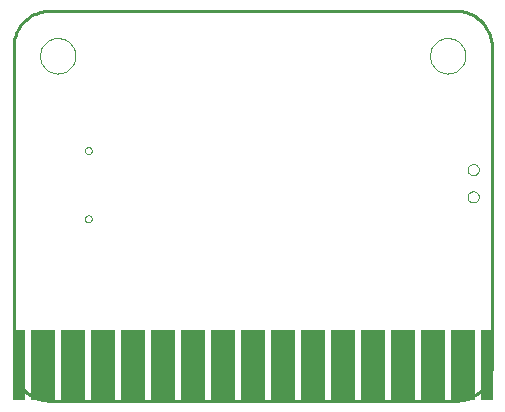
<source format=gbp>
G75*
G70*
%OFA0B0*%
%FSLAX24Y24*%
%IPPOS*%
%LPD*%
%AMOC8*
5,1,8,0,0,1.08239X$1,22.5*
%
%ADD10C,0.0100*%
%ADD11R,0.0787X0.2362*%
%ADD12R,0.0394X0.2362*%
%ADD13C,0.0000*%
D10*
X004558Y001364D02*
X004558Y011956D01*
X004560Y012023D01*
X004566Y012090D01*
X004575Y012157D01*
X004588Y012223D01*
X004605Y012288D01*
X004625Y012352D01*
X004649Y012415D01*
X004677Y012477D01*
X004708Y012536D01*
X004742Y012594D01*
X004779Y012650D01*
X004820Y012704D01*
X004863Y012756D01*
X004909Y012805D01*
X004958Y012851D01*
X005010Y012894D01*
X005064Y012935D01*
X005120Y012972D01*
X005178Y013006D01*
X005237Y013037D01*
X005299Y013065D01*
X005362Y013089D01*
X005426Y013109D01*
X005491Y013126D01*
X005557Y013139D01*
X005624Y013148D01*
X005691Y013154D01*
X005758Y013156D01*
X019302Y013156D01*
X019369Y013154D01*
X019436Y013148D01*
X019503Y013139D01*
X019569Y013126D01*
X019634Y013109D01*
X019698Y013089D01*
X019761Y013065D01*
X019823Y013037D01*
X019882Y013006D01*
X019940Y012972D01*
X019996Y012935D01*
X020050Y012894D01*
X020102Y012851D01*
X020151Y012805D01*
X020197Y012756D01*
X020240Y012704D01*
X020281Y012650D01*
X020318Y012594D01*
X020352Y012536D01*
X020383Y012477D01*
X020411Y012415D01*
X020435Y012352D01*
X020455Y012288D01*
X020472Y012223D01*
X020485Y012157D01*
X020494Y012090D01*
X020500Y012023D01*
X020502Y011956D01*
X020502Y001364D01*
X020500Y001297D01*
X020494Y001230D01*
X020485Y001163D01*
X020472Y001097D01*
X020455Y001032D01*
X020435Y000968D01*
X020411Y000905D01*
X020383Y000843D01*
X020352Y000784D01*
X020318Y000726D01*
X020281Y000670D01*
X020240Y000616D01*
X020197Y000564D01*
X020151Y000515D01*
X020102Y000469D01*
X020050Y000426D01*
X019996Y000385D01*
X019940Y000348D01*
X019882Y000314D01*
X019823Y000283D01*
X019761Y000255D01*
X019698Y000231D01*
X019634Y000211D01*
X019569Y000194D01*
X019503Y000181D01*
X019436Y000172D01*
X019369Y000166D01*
X019302Y000164D01*
X005758Y000164D01*
X005691Y000166D01*
X005624Y000172D01*
X005557Y000181D01*
X005491Y000194D01*
X005426Y000211D01*
X005362Y000231D01*
X005299Y000255D01*
X005237Y000283D01*
X005178Y000314D01*
X005120Y000348D01*
X005064Y000385D01*
X005010Y000426D01*
X004958Y000469D01*
X004909Y000515D01*
X004863Y000564D01*
X004820Y000616D01*
X004779Y000670D01*
X004742Y000726D01*
X004708Y000784D01*
X004677Y000843D01*
X004649Y000905D01*
X004625Y000968D01*
X004605Y001032D01*
X004588Y001097D01*
X004575Y001163D01*
X004566Y001230D01*
X004560Y001297D01*
X004558Y001364D01*
D11*
X005530Y001348D03*
X006530Y001348D03*
X007530Y001348D03*
X008530Y001348D03*
X009530Y001348D03*
X010530Y001348D03*
X011530Y001348D03*
X012530Y001348D03*
X013530Y001348D03*
X014530Y001348D03*
X015530Y001348D03*
X016530Y001348D03*
X017530Y001348D03*
X018530Y001348D03*
X019530Y001348D03*
D12*
X020325Y001348D03*
X004735Y001348D03*
D13*
X006929Y006222D02*
X006931Y006243D01*
X006937Y006263D01*
X006946Y006283D01*
X006958Y006300D01*
X006973Y006314D01*
X006991Y006326D01*
X007011Y006334D01*
X007031Y006339D01*
X007052Y006340D01*
X007073Y006337D01*
X007093Y006331D01*
X007112Y006320D01*
X007129Y006307D01*
X007142Y006291D01*
X007153Y006273D01*
X007161Y006253D01*
X007165Y006233D01*
X007165Y006211D01*
X007161Y006191D01*
X007153Y006171D01*
X007142Y006153D01*
X007129Y006137D01*
X007112Y006124D01*
X007093Y006113D01*
X007073Y006107D01*
X007052Y006104D01*
X007031Y006105D01*
X007011Y006110D01*
X006991Y006118D01*
X006973Y006130D01*
X006958Y006144D01*
X006946Y006161D01*
X006937Y006181D01*
X006931Y006201D01*
X006929Y006222D01*
X006929Y008498D02*
X006931Y008519D01*
X006937Y008539D01*
X006946Y008559D01*
X006958Y008576D01*
X006973Y008590D01*
X006991Y008602D01*
X007011Y008610D01*
X007031Y008615D01*
X007052Y008616D01*
X007073Y008613D01*
X007093Y008607D01*
X007112Y008596D01*
X007129Y008583D01*
X007142Y008567D01*
X007153Y008549D01*
X007161Y008529D01*
X007165Y008509D01*
X007165Y008487D01*
X007161Y008467D01*
X007153Y008447D01*
X007142Y008429D01*
X007129Y008413D01*
X007112Y008400D01*
X007093Y008389D01*
X007073Y008383D01*
X007052Y008380D01*
X007031Y008381D01*
X007011Y008386D01*
X006991Y008394D01*
X006973Y008406D01*
X006958Y008420D01*
X006946Y008437D01*
X006937Y008457D01*
X006931Y008477D01*
X006929Y008498D01*
X005439Y011660D02*
X005441Y011708D01*
X005447Y011756D01*
X005457Y011803D01*
X005470Y011849D01*
X005488Y011894D01*
X005508Y011938D01*
X005533Y011980D01*
X005561Y012019D01*
X005591Y012056D01*
X005625Y012090D01*
X005662Y012122D01*
X005700Y012151D01*
X005741Y012176D01*
X005784Y012198D01*
X005829Y012216D01*
X005875Y012230D01*
X005922Y012241D01*
X005970Y012248D01*
X006018Y012251D01*
X006066Y012250D01*
X006114Y012245D01*
X006162Y012236D01*
X006208Y012224D01*
X006253Y012207D01*
X006297Y012187D01*
X006339Y012164D01*
X006379Y012137D01*
X006417Y012107D01*
X006452Y012074D01*
X006484Y012038D01*
X006514Y012000D01*
X006540Y011959D01*
X006562Y011916D01*
X006582Y011872D01*
X006597Y011827D01*
X006609Y011780D01*
X006617Y011732D01*
X006621Y011684D01*
X006621Y011636D01*
X006617Y011588D01*
X006609Y011540D01*
X006597Y011493D01*
X006582Y011448D01*
X006562Y011404D01*
X006540Y011361D01*
X006514Y011320D01*
X006484Y011282D01*
X006452Y011246D01*
X006417Y011213D01*
X006379Y011183D01*
X006339Y011156D01*
X006297Y011133D01*
X006253Y011113D01*
X006208Y011096D01*
X006162Y011084D01*
X006114Y011075D01*
X006066Y011070D01*
X006018Y011069D01*
X005970Y011072D01*
X005922Y011079D01*
X005875Y011090D01*
X005829Y011104D01*
X005784Y011122D01*
X005741Y011144D01*
X005700Y011169D01*
X005662Y011198D01*
X005625Y011230D01*
X005591Y011264D01*
X005561Y011301D01*
X005533Y011340D01*
X005508Y011382D01*
X005488Y011426D01*
X005470Y011471D01*
X005457Y011517D01*
X005447Y011564D01*
X005441Y011612D01*
X005439Y011660D01*
X018439Y011660D02*
X018441Y011708D01*
X018447Y011756D01*
X018457Y011803D01*
X018470Y011849D01*
X018488Y011894D01*
X018508Y011938D01*
X018533Y011980D01*
X018561Y012019D01*
X018591Y012056D01*
X018625Y012090D01*
X018662Y012122D01*
X018700Y012151D01*
X018741Y012176D01*
X018784Y012198D01*
X018829Y012216D01*
X018875Y012230D01*
X018922Y012241D01*
X018970Y012248D01*
X019018Y012251D01*
X019066Y012250D01*
X019114Y012245D01*
X019162Y012236D01*
X019208Y012224D01*
X019253Y012207D01*
X019297Y012187D01*
X019339Y012164D01*
X019379Y012137D01*
X019417Y012107D01*
X019452Y012074D01*
X019484Y012038D01*
X019514Y012000D01*
X019540Y011959D01*
X019562Y011916D01*
X019582Y011872D01*
X019597Y011827D01*
X019609Y011780D01*
X019617Y011732D01*
X019621Y011684D01*
X019621Y011636D01*
X019617Y011588D01*
X019609Y011540D01*
X019597Y011493D01*
X019582Y011448D01*
X019562Y011404D01*
X019540Y011361D01*
X019514Y011320D01*
X019484Y011282D01*
X019452Y011246D01*
X019417Y011213D01*
X019379Y011183D01*
X019339Y011156D01*
X019297Y011133D01*
X019253Y011113D01*
X019208Y011096D01*
X019162Y011084D01*
X019114Y011075D01*
X019066Y011070D01*
X019018Y011069D01*
X018970Y011072D01*
X018922Y011079D01*
X018875Y011090D01*
X018829Y011104D01*
X018784Y011122D01*
X018741Y011144D01*
X018700Y011169D01*
X018662Y011198D01*
X018625Y011230D01*
X018591Y011264D01*
X018561Y011301D01*
X018533Y011340D01*
X018508Y011382D01*
X018488Y011426D01*
X018470Y011471D01*
X018457Y011517D01*
X018447Y011564D01*
X018441Y011612D01*
X018439Y011660D01*
X019693Y007863D02*
X019695Y007890D01*
X019701Y007916D01*
X019710Y007941D01*
X019723Y007964D01*
X019739Y007985D01*
X019758Y008004D01*
X019779Y008020D01*
X019802Y008033D01*
X019827Y008042D01*
X019853Y008048D01*
X019880Y008050D01*
X019907Y008048D01*
X019933Y008042D01*
X019958Y008033D01*
X019981Y008020D01*
X020002Y008004D01*
X020021Y007985D01*
X020037Y007964D01*
X020050Y007941D01*
X020059Y007916D01*
X020065Y007890D01*
X020067Y007863D01*
X020065Y007836D01*
X020059Y007810D01*
X020050Y007785D01*
X020037Y007762D01*
X020021Y007741D01*
X020002Y007722D01*
X019981Y007706D01*
X019958Y007693D01*
X019933Y007684D01*
X019907Y007678D01*
X019880Y007676D01*
X019853Y007678D01*
X019827Y007684D01*
X019802Y007693D01*
X019779Y007706D01*
X019758Y007722D01*
X019739Y007741D01*
X019723Y007762D01*
X019710Y007785D01*
X019701Y007810D01*
X019695Y007836D01*
X019693Y007863D01*
X019693Y006957D02*
X019695Y006984D01*
X019701Y007010D01*
X019710Y007035D01*
X019723Y007058D01*
X019739Y007079D01*
X019758Y007098D01*
X019779Y007114D01*
X019802Y007127D01*
X019827Y007136D01*
X019853Y007142D01*
X019880Y007144D01*
X019907Y007142D01*
X019933Y007136D01*
X019958Y007127D01*
X019981Y007114D01*
X020002Y007098D01*
X020021Y007079D01*
X020037Y007058D01*
X020050Y007035D01*
X020059Y007010D01*
X020065Y006984D01*
X020067Y006957D01*
X020065Y006930D01*
X020059Y006904D01*
X020050Y006879D01*
X020037Y006856D01*
X020021Y006835D01*
X020002Y006816D01*
X019981Y006800D01*
X019958Y006787D01*
X019933Y006778D01*
X019907Y006772D01*
X019880Y006770D01*
X019853Y006772D01*
X019827Y006778D01*
X019802Y006787D01*
X019779Y006800D01*
X019758Y006816D01*
X019739Y006835D01*
X019723Y006856D01*
X019710Y006879D01*
X019701Y006904D01*
X019695Y006930D01*
X019693Y006957D01*
M02*

</source>
